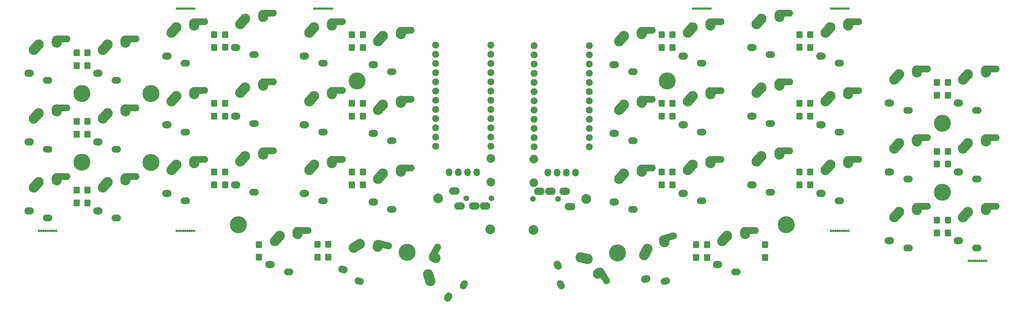
<source format=gbs>
%TF.GenerationSoftware,KiCad,Pcbnew,(6.0.11)*%
%TF.CreationDate,2023-01-31T22:09:30+01:00*%
%TF.ProjectId,corne-light,636f726e-652d-46c6-9967-68742e6b6963,2.0*%
%TF.SameCoordinates,Original*%
%TF.FileFunction,Soldermask,Bot*%
%TF.FilePolarity,Negative*%
%FSLAX46Y46*%
G04 Gerber Fmt 4.6, Leading zero omitted, Abs format (unit mm)*
G04 Created by KiCad (PCBNEW (6.0.11)) date 2023-01-31 22:09:30*
%MOMM*%
%LPD*%
G01*
G04 APERTURE LIST*
G04 Aperture macros list*
%AMRoundRect*
0 Rectangle with rounded corners*
0 $1 Rounding radius*
0 $2 $3 $4 $5 $6 $7 $8 $9 X,Y pos of 4 corners*
0 Add a 4 corners polygon primitive as box body*
4,1,4,$2,$3,$4,$5,$6,$7,$8,$9,$2,$3,0*
0 Add four circle primitives for the rounded corners*
1,1,$1+$1,$2,$3*
1,1,$1+$1,$4,$5*
1,1,$1+$1,$6,$7*
1,1,$1+$1,$8,$9*
0 Add four rect primitives between the rounded corners*
20,1,$1+$1,$2,$3,$4,$5,0*
20,1,$1+$1,$4,$5,$6,$7,0*
20,1,$1+$1,$6,$7,$8,$9,0*
20,1,$1+$1,$8,$9,$2,$3,0*%
%AMHorizOval*
0 Thick line with rounded ends*
0 $1 width*
0 $2 $3 position (X,Y) of the first rounded end (center of the circle)*
0 $4 $5 position (X,Y) of the second rounded end (center of the circle)*
0 Add line between two ends*
20,1,$1,$2,$3,$4,$5,0*
0 Add two circle primitives to create the rounded ends*
1,1,$1,$2,$3*
1,1,$1,$4,$5*%
G04 Aperture macros list end*
%ADD10C,4.700000*%
%ADD11RoundRect,0.200000X-0.650000X0.700000X-0.650000X-0.700000X0.650000X-0.700000X0.650000X0.700000X0*%
%ADD12O,1.797000X2.178000*%
%ADD13O,2.900000X2.100000*%
%ADD14C,1.600000*%
%ADD15C,2.400000*%
%ADD16C,2.700000*%
%ADD17HorizOval,2.800000X-0.978148X0.207912X0.978148X-0.207912X0*%
%ADD18HorizOval,2.800000X-0.238157X-0.137500X0.238157X0.137500X0*%
%ADD19C,2.800000*%
%ADD20HorizOval,1.900000X0.735931X-1.249362X-0.735931X1.249362X0*%
%ADD21HorizOval,2.000000X0.150000X-0.259808X-0.150000X0.259808X0*%
%ADD22HorizOval,1.900000X0.175000X-0.303109X-0.175000X0.303109X0*%
%ADD23HorizOval,2.800000X-0.309017X0.951057X0.309017X-0.951057X0*%
%ADD24HorizOval,2.800000X-0.238157X0.137500X0.238157X-0.137500X0*%
%ADD25HorizOval,1.900000X0.714014X1.262016X-0.714014X-1.262016X0*%
%ADD26HorizOval,2.000000X0.150000X0.259808X-0.150000X-0.259808X0*%
%ADD27HorizOval,1.900000X0.175000X0.303109X-0.175000X-0.303109X0*%
%ADD28HorizOval,2.800000X-0.669131X-0.743145X0.669131X0.743145X0*%
%ADD29O,2.800000X3.350000*%
%ADD30HorizOval,1.900000X1.449945X0.012653X-1.449945X-0.012653X0*%
%ADD31O,2.600000X2.000000*%
%ADD32O,2.600000X1.900000*%
%ADD33HorizOval,2.800000X-0.453990X-0.891007X0.453990X0.891007X0*%
%ADD34HorizOval,2.800000X-0.071175X0.265630X0.071175X-0.265630X0*%
%ADD35HorizOval,1.900000X1.397264X0.387496X-1.397264X-0.387496X0*%
%ADD36HorizOval,2.000000X0.289778X0.077646X-0.289778X-0.077646X0*%
%ADD37HorizOval,1.900000X0.338074X0.090587X-0.338074X-0.090587X0*%
%ADD38HorizOval,2.800000X-0.838671X-0.544639X0.838671X0.544639X0*%
%ADD39HorizOval,2.800000X-0.071175X-0.265630X0.071175X0.265630X0*%
%ADD40HorizOval,1.900000X1.403814X-0.363051X-1.403814X0.363051X0*%
%ADD41HorizOval,2.000000X0.289778X-0.077646X-0.289778X0.077646X0*%
%ADD42HorizOval,1.900000X0.338074X-0.090587X-0.338074X0.090587X0*%
%ADD43C,1.924000*%
%ADD44C,0.700000*%
G04 APERTURE END LIST*
D10*
%TO.C,Ref\u002A\u002A*%
X50712500Y-55445000D03*
%TD*%
%TO.C,Ref\u002A\u002A*%
X50712500Y-74445000D03*
%TD*%
D11*
%TO.C,D13*%
X30187500Y-82141875D03*
X30187500Y-85691875D03*
%TD*%
%TO.C,D14*%
X33187500Y-82145000D03*
X33187500Y-85695000D03*
%TD*%
%TO.C,D34*%
X270640700Y-90393900D03*
X270640700Y-93943900D03*
%TD*%
%TO.C,D12*%
X109187500Y-58145000D03*
X109187500Y-61695000D03*
%TD*%
%TO.C,D33*%
X191684847Y-58145432D03*
X191684847Y-61695432D03*
%TD*%
%TO.C,D32*%
X194684847Y-58145432D03*
X194684847Y-61695432D03*
%TD*%
%TO.C,D31*%
X229684847Y-58140432D03*
X229684847Y-61690432D03*
%TD*%
%TO.C,D30*%
X232684847Y-58145432D03*
X232684847Y-61695432D03*
%TD*%
%TO.C,D29*%
X267640700Y-71393900D03*
X267640700Y-74943900D03*
%TD*%
%TO.C,D28*%
X270640700Y-71393900D03*
X270640700Y-74943900D03*
%TD*%
%TO.C,D27*%
X191684847Y-39145432D03*
X191684847Y-42695432D03*
%TD*%
%TO.C,D26*%
X194684847Y-39145432D03*
X194684847Y-42695432D03*
%TD*%
%TO.C,D25*%
X229684847Y-39140432D03*
X229684847Y-42690432D03*
%TD*%
%TO.C,D24*%
X232684847Y-39145432D03*
X232684847Y-42695432D03*
%TD*%
%TO.C,D23*%
X267640700Y-52393900D03*
X267640700Y-55943900D03*
%TD*%
%TO.C,D22*%
X270640700Y-52393900D03*
X270640700Y-55943900D03*
%TD*%
%TO.C,D42*%
X201194847Y-97140432D03*
X201194847Y-100690432D03*
%TD*%
%TO.C,D41*%
X204194847Y-97140432D03*
X204194847Y-100690432D03*
%TD*%
%TO.C,D40*%
X220184847Y-97155432D03*
X220184847Y-100705432D03*
%TD*%
%TO.C,D39*%
X191684847Y-77145432D03*
X191684847Y-80695432D03*
%TD*%
%TO.C,D38*%
X194684847Y-77145432D03*
X194684847Y-80695432D03*
%TD*%
%TO.C,D37*%
X229684847Y-77140432D03*
X229684847Y-80690432D03*
%TD*%
%TO.C,D36*%
X232684847Y-77145432D03*
X232684847Y-80695432D03*
%TD*%
%TO.C,D35*%
X267640700Y-90393900D03*
X267640700Y-93943900D03*
%TD*%
%TO.C,D1*%
X30187500Y-44141875D03*
X30187500Y-47691875D03*
%TD*%
%TO.C,D2*%
X33187500Y-44145000D03*
X33187500Y-47695000D03*
%TD*%
%TO.C,D3*%
X68187500Y-39145000D03*
X68187500Y-42695000D03*
%TD*%
%TO.C,D4*%
X71187500Y-39140000D03*
X71187500Y-42690000D03*
%TD*%
%TO.C,D5*%
X106187500Y-39145000D03*
X106187500Y-42695000D03*
%TD*%
%TO.C,D6*%
X109187500Y-39145000D03*
X109187500Y-42695000D03*
%TD*%
%TO.C,D7*%
X30187500Y-63141875D03*
X30187500Y-66691875D03*
%TD*%
%TO.C,D8*%
X33187500Y-63145000D03*
X33187500Y-66695000D03*
%TD*%
%TO.C,D9*%
X68187500Y-58145000D03*
X68187500Y-61695000D03*
%TD*%
%TO.C,D10*%
X71187500Y-58140000D03*
X71187500Y-61690000D03*
%TD*%
%TO.C,D11*%
X106187500Y-58145000D03*
X106187500Y-61695000D03*
%TD*%
%TO.C,D15*%
X68187500Y-77145000D03*
X68187500Y-80695000D03*
%TD*%
%TO.C,D16*%
X71187500Y-77140000D03*
X71187500Y-80690000D03*
%TD*%
%TO.C,D17*%
X106187500Y-77145000D03*
X106187500Y-80695000D03*
%TD*%
%TO.C,D18*%
X109187500Y-77145000D03*
X109187500Y-80695000D03*
%TD*%
%TO.C,D19*%
X80507500Y-97135000D03*
X80507500Y-100685000D03*
%TD*%
%TO.C,D20*%
X96687500Y-97130000D03*
X96687500Y-100680000D03*
%TD*%
%TO.C,D21*%
X99687500Y-97130000D03*
X99687500Y-100680000D03*
%TD*%
D12*
%TO.C,J7*%
X167877500Y-77310000D03*
X165337500Y-77310000D03*
X162797500Y-77310000D03*
X160257500Y-77310000D03*
%TD*%
%TO.C,J2*%
X140648500Y-77168000D03*
X138108500Y-77168000D03*
X135568500Y-77168000D03*
X133028500Y-77168000D03*
%TD*%
D13*
%TO.C,J6*%
X166407847Y-86665432D03*
X164907847Y-82465432D03*
X160907847Y-82465432D03*
X157907847Y-82465432D03*
D14*
X163107847Y-84565432D03*
X156107847Y-84565432D03*
%TD*%
D13*
%TO.C,J1*%
X134414500Y-82332000D03*
X135914500Y-86532000D03*
X139914500Y-86532000D03*
X142914500Y-86532000D03*
D14*
X137714500Y-84432000D03*
X144714500Y-84432000D03*
%TD*%
D15*
%TO.C,RSW2*%
X156374847Y-73567432D03*
X156374847Y-80067432D03*
%TD*%
%TO.C,RSW1*%
X144504500Y-73421000D03*
X144504500Y-79921000D03*
%TD*%
D16*
%TO.C,Ref\u002A\u002A*%
X170889847Y-84542432D03*
%TD*%
%TO.C,Ref\u002A\u002A*%
X156330847Y-93085432D03*
%TD*%
%TO.C,Ref\u002A\u002A*%
X144376500Y-92940000D03*
%TD*%
%TO.C,Ref\u002A\u002A*%
X129944500Y-84419000D03*
%TD*%
D10*
%TO.C,Ref\u002A\u002A*%
X269151700Y-82675400D03*
%TD*%
%TO.C,Ref\u002A\u002A*%
X269151700Y-63675400D03*
%TD*%
%TO.C,Ref\u002A\u002A*%
X226055847Y-91696932D03*
%TD*%
%TO.C,Ref\u002A\u002A*%
X179485847Y-99446932D03*
%TD*%
%TO.C,Ref\u002A\u002A*%
X193235847Y-51936932D03*
%TD*%
%TO.C,Ref\u002A\u002A*%
X121405500Y-99300000D03*
%TD*%
%TO.C,Ref\u002A\u002A*%
X74839500Y-91685500D03*
%TD*%
%TO.C,Ref\u002A\u002A*%
X31695500Y-55420500D03*
%TD*%
%TO.C,Ref\u002A\u002A*%
X107650500Y-51930500D03*
%TD*%
%TO.C,Ref\u002A\u002A*%
X31695500Y-74420500D03*
%TD*%
D17*
%TO.C,SW42*%
X170221360Y-100937447D03*
D18*
X174341769Y-105060496D03*
D19*
X171148949Y-101130368D03*
D20*
X175682996Y-105902767D03*
D21*
X163007348Y-102828702D03*
D22*
X163825297Y-108245432D03*
%TD*%
D23*
%TO.C,SW21*%
X127520118Y-106359840D03*
D24*
X129030578Y-100729936D03*
D19*
X127223398Y-105460064D03*
D25*
X129089393Y-99147264D03*
D26*
X132764999Y-111661730D03*
D27*
X137047050Y-108245000D03*
%TD*%
D28*
%TO.C,SW18*%
X114056631Y-78251855D03*
D29*
X119687500Y-76745000D03*
D19*
X114687500Y-77545000D03*
D30*
X121087542Y-76004599D03*
D31*
X112087500Y-85445000D03*
D32*
X117187500Y-87445000D03*
%TD*%
D28*
%TO.C,SW32*%
X199553978Y-56877287D03*
D29*
X205184847Y-55370432D03*
D19*
X200184847Y-56170432D03*
D30*
X206584889Y-54630031D03*
D31*
X197584847Y-64070432D03*
D32*
X202684847Y-66070432D03*
%TD*%
D28*
%TO.C,SW11*%
X95056631Y-56876855D03*
D29*
X100687500Y-55370000D03*
D19*
X95687500Y-56170000D03*
D30*
X102087542Y-54629599D03*
D31*
X93087500Y-64070000D03*
D32*
X98187500Y-66070000D03*
%TD*%
D28*
%TO.C,SW33*%
X180553978Y-59252287D03*
D29*
X186184847Y-57745432D03*
D19*
X181184847Y-58545432D03*
D30*
X187584889Y-57005031D03*
D31*
X178584847Y-66445432D03*
D32*
X183684847Y-68445432D03*
%TD*%
D33*
%TO.C,SW41*%
X187308330Y-99174827D03*
D34*
X192357330Y-96261940D03*
D19*
X187734756Y-98328776D03*
D35*
X193518037Y-95184410D03*
D36*
X187268020Y-106632520D03*
D37*
X192711879Y-107244394D03*
%TD*%
D28*
%TO.C,SW8*%
X38056631Y-61626855D03*
D29*
X43687500Y-60120000D03*
D19*
X38687500Y-60920000D03*
D30*
X45087542Y-59379599D03*
D31*
X36087500Y-68820000D03*
D32*
X41187500Y-70820000D03*
%TD*%
D28*
%TO.C,SW7*%
X19056631Y-61626855D03*
D29*
X24687500Y-60120000D03*
D19*
X19687500Y-60920000D03*
D30*
X26087542Y-59379599D03*
D31*
X17087500Y-68820000D03*
D32*
X22187500Y-70820000D03*
%TD*%
D28*
%TO.C,SW1*%
X19056631Y-42626855D03*
D29*
X24687500Y-41120000D03*
D19*
X19687500Y-41920000D03*
D30*
X26087542Y-40379599D03*
D31*
X17087500Y-49820000D03*
D32*
X22187500Y-51820000D03*
%TD*%
D28*
%TO.C,SW2*%
X38056631Y-42626855D03*
D29*
X43687500Y-41120000D03*
D19*
X38687500Y-41920000D03*
D30*
X45087542Y-40379599D03*
D31*
X36087500Y-49820000D03*
D32*
X41187500Y-51820000D03*
%TD*%
D28*
%TO.C,SW37*%
X218553978Y-73502287D03*
D29*
X224184847Y-71995432D03*
D19*
X219184847Y-72795432D03*
D30*
X225584889Y-71255031D03*
D31*
X216584847Y-80695432D03*
D32*
X221684847Y-82695432D03*
%TD*%
D28*
%TO.C,SW9*%
X57056631Y-56876855D03*
D29*
X62687500Y-55370000D03*
D19*
X57687500Y-56170000D03*
D30*
X64087542Y-54629599D03*
D31*
X55087500Y-64070000D03*
D32*
X60187500Y-66070000D03*
%TD*%
D28*
%TO.C,SW26*%
X199553978Y-37877287D03*
D29*
X205184847Y-36370432D03*
D19*
X200184847Y-37170432D03*
D30*
X206584889Y-35630031D03*
D31*
X197584847Y-45070432D03*
D32*
X202684847Y-47070432D03*
%TD*%
D28*
%TO.C,SW3*%
X57056631Y-37876855D03*
D29*
X62687500Y-36370000D03*
D19*
X57687500Y-37170000D03*
D30*
X64087542Y-35629599D03*
D31*
X55087500Y-45070000D03*
D32*
X60187500Y-47070000D03*
%TD*%
D28*
%TO.C,SW14*%
X38056631Y-80626855D03*
D29*
X43687500Y-79120000D03*
D19*
X38687500Y-79920000D03*
D30*
X45087542Y-78379599D03*
D31*
X36087500Y-87820000D03*
D32*
X41187500Y-89820000D03*
%TD*%
D28*
%TO.C,SW27*%
X180553978Y-40252287D03*
D29*
X186184847Y-38745432D03*
D19*
X181184847Y-39545432D03*
D30*
X187584889Y-38005031D03*
D31*
X178584847Y-47445432D03*
D32*
X183684847Y-49445432D03*
%TD*%
D28*
%TO.C,SW12*%
X114056631Y-59251855D03*
D29*
X119687500Y-57745000D03*
D19*
X114687500Y-58545000D03*
D30*
X121087542Y-57004599D03*
D31*
X112087500Y-66445000D03*
D32*
X117187500Y-68445000D03*
%TD*%
D38*
%TO.C,SW20*%
X107515641Y-97553738D03*
D39*
X113344646Y-97555604D03*
D19*
X108307962Y-97034249D03*
D40*
X114888613Y-97202789D03*
D41*
X103751884Y-103992134D03*
D42*
X108160468Y-107243962D03*
%TD*%
D28*
%TO.C,SW10*%
X76056631Y-54501855D03*
D29*
X81687500Y-52995000D03*
D19*
X76687500Y-53795000D03*
D30*
X83087542Y-52254599D03*
D31*
X74087500Y-61695000D03*
D32*
X79187500Y-63695000D03*
%TD*%
D28*
%TO.C,SW15*%
X57056631Y-75876855D03*
D29*
X62687500Y-74370000D03*
D19*
X57687500Y-75170000D03*
D30*
X64087542Y-73629599D03*
D31*
X55087500Y-83070000D03*
D32*
X60187500Y-85070000D03*
%TD*%
D28*
%TO.C,SW16*%
X76056631Y-73501855D03*
D29*
X81687500Y-71995000D03*
D19*
X76687500Y-72795000D03*
D30*
X83087542Y-71254599D03*
D31*
X74087500Y-80695000D03*
D32*
X79187500Y-82695000D03*
%TD*%
D28*
%TO.C,SW17*%
X95056631Y-75876855D03*
D29*
X100687500Y-74370000D03*
D19*
X95687500Y-75170000D03*
D30*
X102087542Y-73629599D03*
D31*
X93087500Y-83070000D03*
D32*
X98187500Y-85070000D03*
%TD*%
D28*
%TO.C,SW19*%
X85556631Y-95501855D03*
D29*
X91187500Y-93995000D03*
D19*
X86187500Y-94795000D03*
D30*
X92587542Y-93254599D03*
D31*
X83587500Y-102695000D03*
D32*
X88687500Y-104695000D03*
%TD*%
D28*
%TO.C,SW13*%
X19056631Y-80626855D03*
D29*
X24687500Y-79120000D03*
D19*
X19687500Y-79920000D03*
D30*
X26087542Y-78379599D03*
D31*
X17087500Y-87820000D03*
D32*
X22187500Y-89820000D03*
%TD*%
D28*
%TO.C,SW39*%
X180553978Y-78252287D03*
D29*
X186184847Y-76745432D03*
D19*
X181184847Y-77545432D03*
D30*
X187584889Y-76005031D03*
D31*
X178584847Y-85445432D03*
D32*
X183684847Y-87445432D03*
%TD*%
D28*
%TO.C,SW28*%
X275509831Y-69875755D03*
D29*
X281140700Y-68368900D03*
D19*
X276140700Y-69168900D03*
D30*
X282540742Y-67628499D03*
D31*
X273540700Y-77068900D03*
D32*
X278640700Y-79068900D03*
%TD*%
D28*
%TO.C,SW23*%
X256509831Y-50875755D03*
D29*
X262140700Y-49368900D03*
D19*
X257140700Y-50168900D03*
D30*
X263540742Y-48628499D03*
D31*
X254540700Y-58068900D03*
D32*
X259640700Y-60068900D03*
%TD*%
D28*
%TO.C,SW40*%
X209053978Y-95502287D03*
D29*
X214684847Y-93995432D03*
D19*
X209684847Y-94795432D03*
D30*
X216084889Y-93255031D03*
D31*
X207084847Y-102695432D03*
D32*
X212184847Y-104695432D03*
%TD*%
D28*
%TO.C,SW38*%
X199553978Y-75877287D03*
D29*
X205184847Y-74370432D03*
D19*
X200184847Y-75170432D03*
D30*
X206584889Y-73630031D03*
D31*
X197584847Y-83070432D03*
D32*
X202684847Y-85070432D03*
%TD*%
D28*
%TO.C,SW36*%
X237553978Y-75877287D03*
D29*
X243184847Y-74370432D03*
D19*
X238184847Y-75170432D03*
D30*
X244584889Y-73630031D03*
D31*
X235584847Y-83070432D03*
D32*
X240684847Y-85070432D03*
%TD*%
D28*
%TO.C,SW35*%
X256509831Y-88875755D03*
D29*
X262140700Y-87368900D03*
D19*
X257140700Y-88168900D03*
D30*
X263540742Y-86628499D03*
D31*
X254540700Y-96068900D03*
D32*
X259640700Y-98068900D03*
%TD*%
D28*
%TO.C,SW34*%
X275509831Y-88875755D03*
D29*
X281140700Y-87368900D03*
D19*
X276140700Y-88168900D03*
D30*
X282540742Y-86628499D03*
D31*
X273540700Y-96068900D03*
D32*
X278640700Y-98068900D03*
%TD*%
D28*
%TO.C,SW31*%
X218553978Y-54502287D03*
D29*
X224184847Y-52995432D03*
D19*
X219184847Y-53795432D03*
D30*
X225584889Y-52255031D03*
D31*
X216584847Y-61695432D03*
D32*
X221684847Y-63695432D03*
%TD*%
D28*
%TO.C,SW30*%
X237553978Y-56877287D03*
D29*
X243184847Y-55370432D03*
D19*
X238184847Y-56170432D03*
D30*
X244584889Y-54630031D03*
D31*
X235584847Y-64070432D03*
D32*
X240684847Y-66070432D03*
%TD*%
D28*
%TO.C,SW29*%
X256509831Y-69875755D03*
D29*
X262140700Y-68368900D03*
D19*
X257140700Y-69168900D03*
D30*
X263540742Y-67628499D03*
D31*
X254540700Y-77068900D03*
D32*
X259640700Y-79068900D03*
%TD*%
D28*
%TO.C,SW25*%
X218553978Y-35502287D03*
D29*
X224184847Y-33995432D03*
D19*
X219184847Y-34795432D03*
D30*
X225584889Y-33255031D03*
D31*
X216584847Y-42695432D03*
D32*
X221684847Y-44695432D03*
%TD*%
D28*
%TO.C,SW24*%
X237553978Y-37877287D03*
D29*
X243184847Y-36370432D03*
D19*
X238184847Y-37170432D03*
D30*
X244584889Y-35630031D03*
D31*
X235584847Y-45070432D03*
D32*
X240684847Y-47070432D03*
%TD*%
D28*
%TO.C,SW22*%
X275509831Y-50875755D03*
D29*
X281140700Y-49368900D03*
D19*
X276140700Y-50168900D03*
D30*
X282540742Y-48628499D03*
D31*
X273540700Y-58068900D03*
D32*
X278640700Y-60068900D03*
%TD*%
D28*
%TO.C,SW4*%
X76056631Y-35501855D03*
D29*
X81687500Y-33995000D03*
D19*
X76687500Y-34795000D03*
D30*
X83087542Y-33254599D03*
D31*
X74087500Y-42695000D03*
D32*
X79187500Y-44695000D03*
%TD*%
D28*
%TO.C,SW5*%
X95056631Y-37876855D03*
D29*
X100687500Y-36370000D03*
D19*
X95687500Y-37170000D03*
D30*
X102087542Y-35629599D03*
D31*
X93087500Y-45070000D03*
D32*
X98187500Y-47070000D03*
%TD*%
D28*
%TO.C,SW6*%
X114056631Y-40251855D03*
D29*
X119687500Y-38745000D03*
D19*
X114687500Y-39545000D03*
D30*
X121087542Y-38004599D03*
D31*
X112087500Y-47445000D03*
D32*
X117187500Y-49445000D03*
%TD*%
D43*
%TO.C,U2*%
X156454247Y-42208432D03*
X156454247Y-44748432D03*
X156454247Y-47288432D03*
X156454247Y-49828432D03*
X156454247Y-52368432D03*
X156454247Y-54908432D03*
X156454247Y-57448432D03*
X156454247Y-59988432D03*
X156454247Y-62528432D03*
X156454247Y-65068432D03*
X156454247Y-67608432D03*
X156454247Y-70148432D03*
X171674247Y-70148432D03*
X171674247Y-67608432D03*
X171674247Y-65068432D03*
X171674247Y-62528432D03*
X171674247Y-59988432D03*
X171674247Y-57448432D03*
X171674247Y-54908432D03*
X171674247Y-52368432D03*
X171674247Y-49828432D03*
X171674247Y-47288432D03*
X171674247Y-44748432D03*
X171674247Y-42208432D03*
%TD*%
%TO.C,U1*%
X129283900Y-42082000D03*
X129283900Y-44622000D03*
X129283900Y-47162000D03*
X129283900Y-49702000D03*
X129283900Y-52242000D03*
X129283900Y-54782000D03*
X129283900Y-57322000D03*
X129283900Y-59862000D03*
X129283900Y-62402000D03*
X129283900Y-64942000D03*
X129283900Y-67482000D03*
X129283900Y-70022000D03*
X144503900Y-70022000D03*
X144503900Y-67482000D03*
X144503900Y-64942000D03*
X144503900Y-62402000D03*
X144503900Y-59862000D03*
X144503900Y-57322000D03*
X144503900Y-54782000D03*
X144503900Y-52242000D03*
X144503900Y-49702000D03*
X144503900Y-47162000D03*
X144503900Y-44622000D03*
X144503900Y-42082000D03*
%TD*%
D44*
%TO.C,J5*%
X239640000Y-93390000D03*
X238452500Y-93390000D03*
X240233750Y-93390000D03*
X239046250Y-93390000D03*
X243202500Y-93390000D03*
X242608750Y-93390000D03*
X242015000Y-93390000D03*
X241421250Y-93390000D03*
X240827500Y-93390000D03*
%TD*%
%TO.C,J5*%
X277595853Y-101638468D03*
X276408353Y-101638468D03*
X278189603Y-101638468D03*
X277002103Y-101638468D03*
X281158353Y-101638468D03*
X280564603Y-101638468D03*
X279970853Y-101638468D03*
X279377103Y-101638468D03*
X278783353Y-101638468D03*
%TD*%
%TO.C,J5*%
X239610000Y-31970000D03*
X238422500Y-31970000D03*
X240203750Y-31970000D03*
X239016250Y-31970000D03*
X243172500Y-31970000D03*
X242578750Y-31970000D03*
X241985000Y-31970000D03*
X241391250Y-31970000D03*
X240797500Y-31970000D03*
%TD*%
%TO.C,J5*%
X201590000Y-31980000D03*
X200402500Y-31980000D03*
X202183750Y-31980000D03*
X200996250Y-31980000D03*
X205152500Y-31980000D03*
X204558750Y-31980000D03*
X203965000Y-31980000D03*
X203371250Y-31980000D03*
X202777500Y-31980000D03*
%TD*%
%TO.C,J5*%
X97070000Y-31970000D03*
X95882500Y-31970000D03*
X97663750Y-31970000D03*
X96476250Y-31970000D03*
X100632500Y-31970000D03*
X100038750Y-31970000D03*
X99445000Y-31970000D03*
X98851250Y-31970000D03*
X98257500Y-31970000D03*
%TD*%
%TO.C,J5*%
X59100000Y-31970000D03*
X57912500Y-31970000D03*
X59693750Y-31970000D03*
X58506250Y-31970000D03*
X62662500Y-31970000D03*
X62068750Y-31970000D03*
X61475000Y-31970000D03*
X60881250Y-31970000D03*
X60287500Y-31970000D03*
%TD*%
%TO.C,J5*%
X58997000Y-93380000D03*
X57809500Y-93380000D03*
X59590750Y-93380000D03*
X58403250Y-93380000D03*
X62559500Y-93380000D03*
X61965750Y-93380000D03*
X61372000Y-93380000D03*
X60778250Y-93380000D03*
X60184500Y-93380000D03*
%TD*%
%TO.C,J5*%
X21008750Y-93380000D03*
X19821250Y-93380000D03*
X21602500Y-93380000D03*
X20415000Y-93380000D03*
X24571250Y-93380000D03*
X23977500Y-93380000D03*
X23383750Y-93380000D03*
X22790000Y-93380000D03*
X22196250Y-93380000D03*
%TD*%
M02*

</source>
